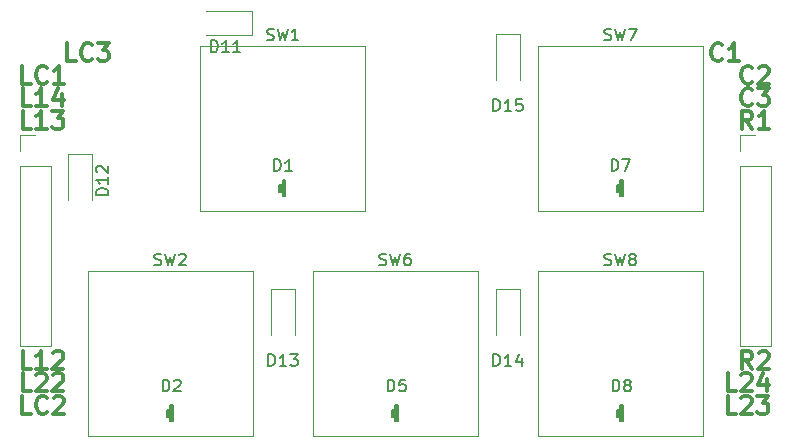
<source format=gbr>
G04 #@! TF.GenerationSoftware,KiCad,Pcbnew,(5.0.0-rc2-dev-471-ge4feb315d)*
G04 #@! TF.CreationDate,2018-05-05T14:14:47+01:00*
G04 #@! TF.ProjectId,cherry_breakout_2u_double_side,6368657272795F627265616B6F75745F,rev?*
G04 #@! TF.SameCoordinates,Original*
G04 #@! TF.FileFunction,Legend,Top*
G04 #@! TF.FilePolarity,Positive*
%FSLAX46Y46*%
G04 Gerber Fmt 4.6, Leading zero omitted, Abs format (unit mm)*
G04 Created by KiCad (PCBNEW (5.0.0-rc2-dev-471-ge4feb315d)) date Sat May  5 14:14:47 2018*
%MOMM*%
%LPD*%
G01*
G04 APERTURE LIST*
%ADD10C,0.300000*%
%ADD11C,0.150000*%
%ADD12C,0.120000*%
G04 APERTURE END LIST*
D10*
X188265714Y-122598571D02*
X187551428Y-122598571D01*
X187551428Y-121098571D01*
X188694285Y-121241428D02*
X188765714Y-121170000D01*
X188908571Y-121098571D01*
X189265714Y-121098571D01*
X189408571Y-121170000D01*
X189480000Y-121241428D01*
X189551428Y-121384285D01*
X189551428Y-121527142D01*
X189480000Y-121741428D01*
X188622857Y-122598571D01*
X189551428Y-122598571D01*
X190051428Y-121098571D02*
X190980000Y-121098571D01*
X190480000Y-121670000D01*
X190694285Y-121670000D01*
X190837142Y-121741428D01*
X190908571Y-121812857D01*
X190980000Y-121955714D01*
X190980000Y-122312857D01*
X190908571Y-122455714D01*
X190837142Y-122527142D01*
X190694285Y-122598571D01*
X190265714Y-122598571D01*
X190122857Y-122527142D01*
X190051428Y-122455714D01*
X188265714Y-120693571D02*
X187551428Y-120693571D01*
X187551428Y-119193571D01*
X188694285Y-119336428D02*
X188765714Y-119265000D01*
X188908571Y-119193571D01*
X189265714Y-119193571D01*
X189408571Y-119265000D01*
X189480000Y-119336428D01*
X189551428Y-119479285D01*
X189551428Y-119622142D01*
X189480000Y-119836428D01*
X188622857Y-120693571D01*
X189551428Y-120693571D01*
X190837142Y-119693571D02*
X190837142Y-120693571D01*
X190480000Y-119122142D02*
X190122857Y-120193571D01*
X191051428Y-120193571D01*
X189615000Y-118788571D02*
X189115000Y-118074285D01*
X188757857Y-118788571D02*
X188757857Y-117288571D01*
X189329285Y-117288571D01*
X189472142Y-117360000D01*
X189543571Y-117431428D01*
X189615000Y-117574285D01*
X189615000Y-117788571D01*
X189543571Y-117931428D01*
X189472142Y-118002857D01*
X189329285Y-118074285D01*
X188757857Y-118074285D01*
X190186428Y-117431428D02*
X190257857Y-117360000D01*
X190400714Y-117288571D01*
X190757857Y-117288571D01*
X190900714Y-117360000D01*
X190972142Y-117431428D01*
X191043571Y-117574285D01*
X191043571Y-117717142D01*
X190972142Y-117931428D01*
X190115000Y-118788571D01*
X191043571Y-118788571D01*
X189615000Y-98468571D02*
X189115000Y-97754285D01*
X188757857Y-98468571D02*
X188757857Y-96968571D01*
X189329285Y-96968571D01*
X189472142Y-97040000D01*
X189543571Y-97111428D01*
X189615000Y-97254285D01*
X189615000Y-97468571D01*
X189543571Y-97611428D01*
X189472142Y-97682857D01*
X189329285Y-97754285D01*
X188757857Y-97754285D01*
X191043571Y-98468571D02*
X190186428Y-98468571D01*
X190615000Y-98468571D02*
X190615000Y-96968571D01*
X190472142Y-97182857D01*
X190329285Y-97325714D01*
X190186428Y-97397142D01*
X189615000Y-96420714D02*
X189543571Y-96492142D01*
X189329285Y-96563571D01*
X189186428Y-96563571D01*
X188972142Y-96492142D01*
X188829285Y-96349285D01*
X188757857Y-96206428D01*
X188686428Y-95920714D01*
X188686428Y-95706428D01*
X188757857Y-95420714D01*
X188829285Y-95277857D01*
X188972142Y-95135000D01*
X189186428Y-95063571D01*
X189329285Y-95063571D01*
X189543571Y-95135000D01*
X189615000Y-95206428D01*
X190115000Y-95063571D02*
X191043571Y-95063571D01*
X190543571Y-95635000D01*
X190757857Y-95635000D01*
X190900714Y-95706428D01*
X190972142Y-95777857D01*
X191043571Y-95920714D01*
X191043571Y-96277857D01*
X190972142Y-96420714D01*
X190900714Y-96492142D01*
X190757857Y-96563571D01*
X190329285Y-96563571D01*
X190186428Y-96492142D01*
X190115000Y-96420714D01*
X189615000Y-94515714D02*
X189543571Y-94587142D01*
X189329285Y-94658571D01*
X189186428Y-94658571D01*
X188972142Y-94587142D01*
X188829285Y-94444285D01*
X188757857Y-94301428D01*
X188686428Y-94015714D01*
X188686428Y-93801428D01*
X188757857Y-93515714D01*
X188829285Y-93372857D01*
X188972142Y-93230000D01*
X189186428Y-93158571D01*
X189329285Y-93158571D01*
X189543571Y-93230000D01*
X189615000Y-93301428D01*
X190186428Y-93301428D02*
X190257857Y-93230000D01*
X190400714Y-93158571D01*
X190757857Y-93158571D01*
X190900714Y-93230000D01*
X190972142Y-93301428D01*
X191043571Y-93444285D01*
X191043571Y-93587142D01*
X190972142Y-93801428D01*
X190115000Y-94658571D01*
X191043571Y-94658571D01*
X187075000Y-92610714D02*
X187003571Y-92682142D01*
X186789285Y-92753571D01*
X186646428Y-92753571D01*
X186432142Y-92682142D01*
X186289285Y-92539285D01*
X186217857Y-92396428D01*
X186146428Y-92110714D01*
X186146428Y-91896428D01*
X186217857Y-91610714D01*
X186289285Y-91467857D01*
X186432142Y-91325000D01*
X186646428Y-91253571D01*
X186789285Y-91253571D01*
X187003571Y-91325000D01*
X187075000Y-91396428D01*
X188503571Y-92753571D02*
X187646428Y-92753571D01*
X188075000Y-92753571D02*
X188075000Y-91253571D01*
X187932142Y-91467857D01*
X187789285Y-91610714D01*
X187646428Y-91682142D01*
X128540000Y-122598571D02*
X127825714Y-122598571D01*
X127825714Y-121098571D01*
X129897142Y-122455714D02*
X129825714Y-122527142D01*
X129611428Y-122598571D01*
X129468571Y-122598571D01*
X129254285Y-122527142D01*
X129111428Y-122384285D01*
X129040000Y-122241428D01*
X128968571Y-121955714D01*
X128968571Y-121741428D01*
X129040000Y-121455714D01*
X129111428Y-121312857D01*
X129254285Y-121170000D01*
X129468571Y-121098571D01*
X129611428Y-121098571D01*
X129825714Y-121170000D01*
X129897142Y-121241428D01*
X130468571Y-121241428D02*
X130540000Y-121170000D01*
X130682857Y-121098571D01*
X131040000Y-121098571D01*
X131182857Y-121170000D01*
X131254285Y-121241428D01*
X131325714Y-121384285D01*
X131325714Y-121527142D01*
X131254285Y-121741428D01*
X130397142Y-122598571D01*
X131325714Y-122598571D01*
X128575714Y-120693571D02*
X127861428Y-120693571D01*
X127861428Y-119193571D01*
X129004285Y-119336428D02*
X129075714Y-119265000D01*
X129218571Y-119193571D01*
X129575714Y-119193571D01*
X129718571Y-119265000D01*
X129790000Y-119336428D01*
X129861428Y-119479285D01*
X129861428Y-119622142D01*
X129790000Y-119836428D01*
X128932857Y-120693571D01*
X129861428Y-120693571D01*
X130432857Y-119336428D02*
X130504285Y-119265000D01*
X130647142Y-119193571D01*
X131004285Y-119193571D01*
X131147142Y-119265000D01*
X131218571Y-119336428D01*
X131290000Y-119479285D01*
X131290000Y-119622142D01*
X131218571Y-119836428D01*
X130361428Y-120693571D01*
X131290000Y-120693571D01*
X128575714Y-118788571D02*
X127861428Y-118788571D01*
X127861428Y-117288571D01*
X129861428Y-118788571D02*
X129004285Y-118788571D01*
X129432857Y-118788571D02*
X129432857Y-117288571D01*
X129290000Y-117502857D01*
X129147142Y-117645714D01*
X129004285Y-117717142D01*
X130432857Y-117431428D02*
X130504285Y-117360000D01*
X130647142Y-117288571D01*
X131004285Y-117288571D01*
X131147142Y-117360000D01*
X131218571Y-117431428D01*
X131290000Y-117574285D01*
X131290000Y-117717142D01*
X131218571Y-117931428D01*
X130361428Y-118788571D01*
X131290000Y-118788571D01*
X128575714Y-98468571D02*
X127861428Y-98468571D01*
X127861428Y-96968571D01*
X129861428Y-98468571D02*
X129004285Y-98468571D01*
X129432857Y-98468571D02*
X129432857Y-96968571D01*
X129290000Y-97182857D01*
X129147142Y-97325714D01*
X129004285Y-97397142D01*
X130361428Y-96968571D02*
X131290000Y-96968571D01*
X130790000Y-97540000D01*
X131004285Y-97540000D01*
X131147142Y-97611428D01*
X131218571Y-97682857D01*
X131290000Y-97825714D01*
X131290000Y-98182857D01*
X131218571Y-98325714D01*
X131147142Y-98397142D01*
X131004285Y-98468571D01*
X130575714Y-98468571D01*
X130432857Y-98397142D01*
X130361428Y-98325714D01*
X128575714Y-96563571D02*
X127861428Y-96563571D01*
X127861428Y-95063571D01*
X129861428Y-96563571D02*
X129004285Y-96563571D01*
X129432857Y-96563571D02*
X129432857Y-95063571D01*
X129290000Y-95277857D01*
X129147142Y-95420714D01*
X129004285Y-95492142D01*
X131147142Y-95563571D02*
X131147142Y-96563571D01*
X130790000Y-94992142D02*
X130432857Y-96063571D01*
X131361428Y-96063571D01*
X128540000Y-94658571D02*
X127825714Y-94658571D01*
X127825714Y-93158571D01*
X129897142Y-94515714D02*
X129825714Y-94587142D01*
X129611428Y-94658571D01*
X129468571Y-94658571D01*
X129254285Y-94587142D01*
X129111428Y-94444285D01*
X129040000Y-94301428D01*
X128968571Y-94015714D01*
X128968571Y-93801428D01*
X129040000Y-93515714D01*
X129111428Y-93372857D01*
X129254285Y-93230000D01*
X129468571Y-93158571D01*
X129611428Y-93158571D01*
X129825714Y-93230000D01*
X129897142Y-93301428D01*
X131325714Y-94658571D02*
X130468571Y-94658571D01*
X130897142Y-94658571D02*
X130897142Y-93158571D01*
X130754285Y-93372857D01*
X130611428Y-93515714D01*
X130468571Y-93587142D01*
X132350000Y-92753571D02*
X131635714Y-92753571D01*
X131635714Y-91253571D01*
X133707142Y-92610714D02*
X133635714Y-92682142D01*
X133421428Y-92753571D01*
X133278571Y-92753571D01*
X133064285Y-92682142D01*
X132921428Y-92539285D01*
X132850000Y-92396428D01*
X132778571Y-92110714D01*
X132778571Y-91896428D01*
X132850000Y-91610714D01*
X132921428Y-91467857D01*
X133064285Y-91325000D01*
X133278571Y-91253571D01*
X133421428Y-91253571D01*
X133635714Y-91325000D01*
X133707142Y-91396428D01*
X134207142Y-91253571D02*
X135135714Y-91253571D01*
X134635714Y-91825000D01*
X134850000Y-91825000D01*
X134992857Y-91896428D01*
X135064285Y-91967857D01*
X135135714Y-92110714D01*
X135135714Y-92467857D01*
X135064285Y-92610714D01*
X134992857Y-92682142D01*
X134850000Y-92753571D01*
X134421428Y-92753571D01*
X134278571Y-92682142D01*
X134207142Y-92610714D01*
D11*
G36*
X150060000Y-102805000D02*
X150060000Y-104205000D01*
X149960000Y-104205000D01*
X149860000Y-104205000D01*
X149860000Y-103805000D01*
X149660000Y-103805000D01*
X149560000Y-103805000D01*
X149560000Y-103205000D01*
X149860000Y-103205000D01*
X149860000Y-102805000D01*
X150060000Y-102805000D01*
G37*
X150060000Y-102805000D02*
X150060000Y-104205000D01*
X149960000Y-104205000D01*
X149860000Y-104205000D01*
X149860000Y-103805000D01*
X149660000Y-103805000D01*
X149560000Y-103805000D01*
X149560000Y-103205000D01*
X149860000Y-103205000D01*
X149860000Y-102805000D01*
X150060000Y-102805000D01*
G36*
X140535000Y-121855000D02*
X140535000Y-123255000D01*
X140435000Y-123255000D01*
X140335000Y-123255000D01*
X140335000Y-122855000D01*
X140135000Y-122855000D01*
X140035000Y-122855000D01*
X140035000Y-122255000D01*
X140335000Y-122255000D01*
X140335000Y-121855000D01*
X140535000Y-121855000D01*
G37*
X140535000Y-121855000D02*
X140535000Y-123255000D01*
X140435000Y-123255000D01*
X140335000Y-123255000D01*
X140335000Y-122855000D01*
X140135000Y-122855000D01*
X140035000Y-122855000D01*
X140035000Y-122255000D01*
X140335000Y-122255000D01*
X140335000Y-121855000D01*
X140535000Y-121855000D01*
G36*
X159585000Y-121855000D02*
X159585000Y-123255000D01*
X159485000Y-123255000D01*
X159385000Y-123255000D01*
X159385000Y-122855000D01*
X159185000Y-122855000D01*
X159085000Y-122855000D01*
X159085000Y-122255000D01*
X159385000Y-122255000D01*
X159385000Y-121855000D01*
X159585000Y-121855000D01*
G37*
X159585000Y-121855000D02*
X159585000Y-123255000D01*
X159485000Y-123255000D01*
X159385000Y-123255000D01*
X159385000Y-122855000D01*
X159185000Y-122855000D01*
X159085000Y-122855000D01*
X159085000Y-122255000D01*
X159385000Y-122255000D01*
X159385000Y-121855000D01*
X159585000Y-121855000D01*
G36*
X178635000Y-102805000D02*
X178635000Y-104205000D01*
X178535000Y-104205000D01*
X178435000Y-104205000D01*
X178435000Y-103805000D01*
X178235000Y-103805000D01*
X178135000Y-103805000D01*
X178135000Y-103205000D01*
X178435000Y-103205000D01*
X178435000Y-102805000D01*
X178635000Y-102805000D01*
G37*
X178635000Y-102805000D02*
X178635000Y-104205000D01*
X178535000Y-104205000D01*
X178435000Y-104205000D01*
X178435000Y-103805000D01*
X178235000Y-103805000D01*
X178135000Y-103805000D01*
X178135000Y-103205000D01*
X178435000Y-103205000D01*
X178435000Y-102805000D01*
X178635000Y-102805000D01*
G36*
X178635000Y-121855000D02*
X178635000Y-123255000D01*
X178535000Y-123255000D01*
X178435000Y-123255000D01*
X178435000Y-122855000D01*
X178235000Y-122855000D01*
X178135000Y-122855000D01*
X178135000Y-122255000D01*
X178435000Y-122255000D01*
X178435000Y-121855000D01*
X178635000Y-121855000D01*
G37*
X178635000Y-121855000D02*
X178635000Y-123255000D01*
X178535000Y-123255000D01*
X178435000Y-123255000D01*
X178435000Y-122855000D01*
X178235000Y-122855000D01*
X178135000Y-122855000D01*
X178135000Y-122255000D01*
X178435000Y-122255000D01*
X178435000Y-121855000D01*
X178635000Y-121855000D01*
D12*
X127575000Y-116900000D02*
X130235000Y-116900000D01*
X127575000Y-101600000D02*
X127575000Y-116900000D01*
X130235000Y-101600000D02*
X130235000Y-116900000D01*
X127575000Y-101600000D02*
X130235000Y-101600000D01*
X127575000Y-100330000D02*
X127575000Y-99000000D01*
X127575000Y-99000000D02*
X128905000Y-99000000D01*
X188535000Y-99000000D02*
X189865000Y-99000000D01*
X188535000Y-100330000D02*
X188535000Y-99000000D01*
X188535000Y-101600000D02*
X191195000Y-101600000D01*
X191195000Y-101600000D02*
X191195000Y-116900000D01*
X188535000Y-101600000D02*
X188535000Y-116900000D01*
X188535000Y-116900000D02*
X191195000Y-116900000D01*
X142875000Y-105410000D02*
X142875000Y-91440000D01*
X156845000Y-105410000D02*
X142875000Y-105410000D01*
X156845000Y-91440000D02*
X156845000Y-105410000D01*
X142875000Y-91440000D02*
X156845000Y-91440000D01*
X133350000Y-124460000D02*
X133350000Y-110490000D01*
X147320000Y-124460000D02*
X133350000Y-124460000D01*
X147320000Y-110490000D02*
X147320000Y-124460000D01*
X133350000Y-110490000D02*
X147320000Y-110490000D01*
X152400000Y-110490000D02*
X166370000Y-110490000D01*
X166370000Y-110490000D02*
X166370000Y-124460000D01*
X166370000Y-124460000D02*
X152400000Y-124460000D01*
X152400000Y-124460000D02*
X152400000Y-110490000D01*
X171450000Y-105410000D02*
X171450000Y-91440000D01*
X185420000Y-105410000D02*
X171450000Y-105410000D01*
X185420000Y-91440000D02*
X185420000Y-105410000D01*
X171450000Y-91440000D02*
X185420000Y-91440000D01*
X171450000Y-124460000D02*
X171450000Y-110490000D01*
X185420000Y-124460000D02*
X171450000Y-124460000D01*
X185420000Y-110490000D02*
X185420000Y-124460000D01*
X171450000Y-110490000D02*
X185420000Y-110490000D01*
X147250000Y-90535000D02*
X143350000Y-90535000D01*
X147250000Y-88535000D02*
X143350000Y-88535000D01*
X147250000Y-90535000D02*
X147250000Y-88535000D01*
X133715000Y-100620000D02*
X131715000Y-100620000D01*
X131715000Y-100620000D02*
X131715000Y-104520000D01*
X133715000Y-100620000D02*
X133715000Y-104520000D01*
X150860000Y-112050000D02*
X150860000Y-115950000D01*
X148860000Y-112050000D02*
X148860000Y-115950000D01*
X150860000Y-112050000D02*
X148860000Y-112050000D01*
X169910000Y-112050000D02*
X167910000Y-112050000D01*
X167910000Y-112050000D02*
X167910000Y-115950000D01*
X169910000Y-112050000D02*
X169910000Y-115950000D01*
X169910000Y-90460000D02*
X169910000Y-94360000D01*
X167910000Y-90460000D02*
X167910000Y-94360000D01*
X169910000Y-90460000D02*
X167910000Y-90460000D01*
D11*
X149121904Y-102052380D02*
X149121904Y-101052380D01*
X149360000Y-101052380D01*
X149502857Y-101100000D01*
X149598095Y-101195238D01*
X149645714Y-101290476D01*
X149693333Y-101480952D01*
X149693333Y-101623809D01*
X149645714Y-101814285D01*
X149598095Y-101909523D01*
X149502857Y-102004761D01*
X149360000Y-102052380D01*
X149121904Y-102052380D01*
X150645714Y-102052380D02*
X150074285Y-102052380D01*
X150360000Y-102052380D02*
X150360000Y-101052380D01*
X150264761Y-101195238D01*
X150169523Y-101290476D01*
X150074285Y-101338095D01*
X139696904Y-120707380D02*
X139696904Y-119707380D01*
X139935000Y-119707380D01*
X140077857Y-119755000D01*
X140173095Y-119850238D01*
X140220714Y-119945476D01*
X140268333Y-120135952D01*
X140268333Y-120278809D01*
X140220714Y-120469285D01*
X140173095Y-120564523D01*
X140077857Y-120659761D01*
X139935000Y-120707380D01*
X139696904Y-120707380D01*
X140649285Y-119802619D02*
X140696904Y-119755000D01*
X140792142Y-119707380D01*
X141030238Y-119707380D01*
X141125476Y-119755000D01*
X141173095Y-119802619D01*
X141220714Y-119897857D01*
X141220714Y-119993095D01*
X141173095Y-120135952D01*
X140601666Y-120707380D01*
X141220714Y-120707380D01*
X158746904Y-120707380D02*
X158746904Y-119707380D01*
X158985000Y-119707380D01*
X159127857Y-119755000D01*
X159223095Y-119850238D01*
X159270714Y-119945476D01*
X159318333Y-120135952D01*
X159318333Y-120278809D01*
X159270714Y-120469285D01*
X159223095Y-120564523D01*
X159127857Y-120659761D01*
X158985000Y-120707380D01*
X158746904Y-120707380D01*
X160223095Y-119707380D02*
X159746904Y-119707380D01*
X159699285Y-120183571D01*
X159746904Y-120135952D01*
X159842142Y-120088333D01*
X160080238Y-120088333D01*
X160175476Y-120135952D01*
X160223095Y-120183571D01*
X160270714Y-120278809D01*
X160270714Y-120516904D01*
X160223095Y-120612142D01*
X160175476Y-120659761D01*
X160080238Y-120707380D01*
X159842142Y-120707380D01*
X159746904Y-120659761D01*
X159699285Y-120612142D01*
X177696904Y-102052380D02*
X177696904Y-101052380D01*
X177935000Y-101052380D01*
X178077857Y-101100000D01*
X178173095Y-101195238D01*
X178220714Y-101290476D01*
X178268333Y-101480952D01*
X178268333Y-101623809D01*
X178220714Y-101814285D01*
X178173095Y-101909523D01*
X178077857Y-102004761D01*
X177935000Y-102052380D01*
X177696904Y-102052380D01*
X178601666Y-101052380D02*
X179268333Y-101052380D01*
X178839761Y-102052380D01*
X177796904Y-120707380D02*
X177796904Y-119707380D01*
X178035000Y-119707380D01*
X178177857Y-119755000D01*
X178273095Y-119850238D01*
X178320714Y-119945476D01*
X178368333Y-120135952D01*
X178368333Y-120278809D01*
X178320714Y-120469285D01*
X178273095Y-120564523D01*
X178177857Y-120659761D01*
X178035000Y-120707380D01*
X177796904Y-120707380D01*
X178939761Y-120135952D02*
X178844523Y-120088333D01*
X178796904Y-120040714D01*
X178749285Y-119945476D01*
X178749285Y-119897857D01*
X178796904Y-119802619D01*
X178844523Y-119755000D01*
X178939761Y-119707380D01*
X179130238Y-119707380D01*
X179225476Y-119755000D01*
X179273095Y-119802619D01*
X179320714Y-119897857D01*
X179320714Y-119945476D01*
X179273095Y-120040714D01*
X179225476Y-120088333D01*
X179130238Y-120135952D01*
X178939761Y-120135952D01*
X178844523Y-120183571D01*
X178796904Y-120231190D01*
X178749285Y-120326428D01*
X178749285Y-120516904D01*
X178796904Y-120612142D01*
X178844523Y-120659761D01*
X178939761Y-120707380D01*
X179130238Y-120707380D01*
X179225476Y-120659761D01*
X179273095Y-120612142D01*
X179320714Y-120516904D01*
X179320714Y-120326428D01*
X179273095Y-120231190D01*
X179225476Y-120183571D01*
X179130238Y-120135952D01*
X148526666Y-90955761D02*
X148669523Y-91003380D01*
X148907619Y-91003380D01*
X149002857Y-90955761D01*
X149050476Y-90908142D01*
X149098095Y-90812904D01*
X149098095Y-90717666D01*
X149050476Y-90622428D01*
X149002857Y-90574809D01*
X148907619Y-90527190D01*
X148717142Y-90479571D01*
X148621904Y-90431952D01*
X148574285Y-90384333D01*
X148526666Y-90289095D01*
X148526666Y-90193857D01*
X148574285Y-90098619D01*
X148621904Y-90051000D01*
X148717142Y-90003380D01*
X148955238Y-90003380D01*
X149098095Y-90051000D01*
X149431428Y-90003380D02*
X149669523Y-91003380D01*
X149860000Y-90289095D01*
X150050476Y-91003380D01*
X150288571Y-90003380D01*
X151193333Y-91003380D02*
X150621904Y-91003380D01*
X150907619Y-91003380D02*
X150907619Y-90003380D01*
X150812380Y-90146238D01*
X150717142Y-90241476D01*
X150621904Y-90289095D01*
X139001666Y-110005761D02*
X139144523Y-110053380D01*
X139382619Y-110053380D01*
X139477857Y-110005761D01*
X139525476Y-109958142D01*
X139573095Y-109862904D01*
X139573095Y-109767666D01*
X139525476Y-109672428D01*
X139477857Y-109624809D01*
X139382619Y-109577190D01*
X139192142Y-109529571D01*
X139096904Y-109481952D01*
X139049285Y-109434333D01*
X139001666Y-109339095D01*
X139001666Y-109243857D01*
X139049285Y-109148619D01*
X139096904Y-109101000D01*
X139192142Y-109053380D01*
X139430238Y-109053380D01*
X139573095Y-109101000D01*
X139906428Y-109053380D02*
X140144523Y-110053380D01*
X140335000Y-109339095D01*
X140525476Y-110053380D01*
X140763571Y-109053380D01*
X141096904Y-109148619D02*
X141144523Y-109101000D01*
X141239761Y-109053380D01*
X141477857Y-109053380D01*
X141573095Y-109101000D01*
X141620714Y-109148619D01*
X141668333Y-109243857D01*
X141668333Y-109339095D01*
X141620714Y-109481952D01*
X141049285Y-110053380D01*
X141668333Y-110053380D01*
X158051666Y-110005761D02*
X158194523Y-110053380D01*
X158432619Y-110053380D01*
X158527857Y-110005761D01*
X158575476Y-109958142D01*
X158623095Y-109862904D01*
X158623095Y-109767666D01*
X158575476Y-109672428D01*
X158527857Y-109624809D01*
X158432619Y-109577190D01*
X158242142Y-109529571D01*
X158146904Y-109481952D01*
X158099285Y-109434333D01*
X158051666Y-109339095D01*
X158051666Y-109243857D01*
X158099285Y-109148619D01*
X158146904Y-109101000D01*
X158242142Y-109053380D01*
X158480238Y-109053380D01*
X158623095Y-109101000D01*
X158956428Y-109053380D02*
X159194523Y-110053380D01*
X159385000Y-109339095D01*
X159575476Y-110053380D01*
X159813571Y-109053380D01*
X160623095Y-109053380D02*
X160432619Y-109053380D01*
X160337380Y-109101000D01*
X160289761Y-109148619D01*
X160194523Y-109291476D01*
X160146904Y-109481952D01*
X160146904Y-109862904D01*
X160194523Y-109958142D01*
X160242142Y-110005761D01*
X160337380Y-110053380D01*
X160527857Y-110053380D01*
X160623095Y-110005761D01*
X160670714Y-109958142D01*
X160718333Y-109862904D01*
X160718333Y-109624809D01*
X160670714Y-109529571D01*
X160623095Y-109481952D01*
X160527857Y-109434333D01*
X160337380Y-109434333D01*
X160242142Y-109481952D01*
X160194523Y-109529571D01*
X160146904Y-109624809D01*
X177101666Y-90955761D02*
X177244523Y-91003380D01*
X177482619Y-91003380D01*
X177577857Y-90955761D01*
X177625476Y-90908142D01*
X177673095Y-90812904D01*
X177673095Y-90717666D01*
X177625476Y-90622428D01*
X177577857Y-90574809D01*
X177482619Y-90527190D01*
X177292142Y-90479571D01*
X177196904Y-90431952D01*
X177149285Y-90384333D01*
X177101666Y-90289095D01*
X177101666Y-90193857D01*
X177149285Y-90098619D01*
X177196904Y-90051000D01*
X177292142Y-90003380D01*
X177530238Y-90003380D01*
X177673095Y-90051000D01*
X178006428Y-90003380D02*
X178244523Y-91003380D01*
X178435000Y-90289095D01*
X178625476Y-91003380D01*
X178863571Y-90003380D01*
X179149285Y-90003380D02*
X179815952Y-90003380D01*
X179387380Y-91003380D01*
X177101666Y-110005761D02*
X177244523Y-110053380D01*
X177482619Y-110053380D01*
X177577857Y-110005761D01*
X177625476Y-109958142D01*
X177673095Y-109862904D01*
X177673095Y-109767666D01*
X177625476Y-109672428D01*
X177577857Y-109624809D01*
X177482619Y-109577190D01*
X177292142Y-109529571D01*
X177196904Y-109481952D01*
X177149285Y-109434333D01*
X177101666Y-109339095D01*
X177101666Y-109243857D01*
X177149285Y-109148619D01*
X177196904Y-109101000D01*
X177292142Y-109053380D01*
X177530238Y-109053380D01*
X177673095Y-109101000D01*
X178006428Y-109053380D02*
X178244523Y-110053380D01*
X178435000Y-109339095D01*
X178625476Y-110053380D01*
X178863571Y-109053380D01*
X179387380Y-109481952D02*
X179292142Y-109434333D01*
X179244523Y-109386714D01*
X179196904Y-109291476D01*
X179196904Y-109243857D01*
X179244523Y-109148619D01*
X179292142Y-109101000D01*
X179387380Y-109053380D01*
X179577857Y-109053380D01*
X179673095Y-109101000D01*
X179720714Y-109148619D01*
X179768333Y-109243857D01*
X179768333Y-109291476D01*
X179720714Y-109386714D01*
X179673095Y-109434333D01*
X179577857Y-109481952D01*
X179387380Y-109481952D01*
X179292142Y-109529571D01*
X179244523Y-109577190D01*
X179196904Y-109672428D01*
X179196904Y-109862904D01*
X179244523Y-109958142D01*
X179292142Y-110005761D01*
X179387380Y-110053380D01*
X179577857Y-110053380D01*
X179673095Y-110005761D01*
X179720714Y-109958142D01*
X179768333Y-109862904D01*
X179768333Y-109672428D01*
X179720714Y-109577190D01*
X179673095Y-109529571D01*
X179577857Y-109481952D01*
X143785714Y-91987380D02*
X143785714Y-90987380D01*
X144023809Y-90987380D01*
X144166666Y-91035000D01*
X144261904Y-91130238D01*
X144309523Y-91225476D01*
X144357142Y-91415952D01*
X144357142Y-91558809D01*
X144309523Y-91749285D01*
X144261904Y-91844523D01*
X144166666Y-91939761D01*
X144023809Y-91987380D01*
X143785714Y-91987380D01*
X145309523Y-91987380D02*
X144738095Y-91987380D01*
X145023809Y-91987380D02*
X145023809Y-90987380D01*
X144928571Y-91130238D01*
X144833333Y-91225476D01*
X144738095Y-91273095D01*
X146261904Y-91987380D02*
X145690476Y-91987380D01*
X145976190Y-91987380D02*
X145976190Y-90987380D01*
X145880952Y-91130238D01*
X145785714Y-91225476D01*
X145690476Y-91273095D01*
X135072380Y-104084285D02*
X134072380Y-104084285D01*
X134072380Y-103846190D01*
X134120000Y-103703333D01*
X134215238Y-103608095D01*
X134310476Y-103560476D01*
X134500952Y-103512857D01*
X134643809Y-103512857D01*
X134834285Y-103560476D01*
X134929523Y-103608095D01*
X135024761Y-103703333D01*
X135072380Y-103846190D01*
X135072380Y-104084285D01*
X135072380Y-102560476D02*
X135072380Y-103131904D01*
X135072380Y-102846190D02*
X134072380Y-102846190D01*
X134215238Y-102941428D01*
X134310476Y-103036666D01*
X134358095Y-103131904D01*
X134167619Y-102179523D02*
X134120000Y-102131904D01*
X134072380Y-102036666D01*
X134072380Y-101798571D01*
X134120000Y-101703333D01*
X134167619Y-101655714D01*
X134262857Y-101608095D01*
X134358095Y-101608095D01*
X134500952Y-101655714D01*
X135072380Y-102227142D01*
X135072380Y-101608095D01*
X148645714Y-118562380D02*
X148645714Y-117562380D01*
X148883809Y-117562380D01*
X149026666Y-117610000D01*
X149121904Y-117705238D01*
X149169523Y-117800476D01*
X149217142Y-117990952D01*
X149217142Y-118133809D01*
X149169523Y-118324285D01*
X149121904Y-118419523D01*
X149026666Y-118514761D01*
X148883809Y-118562380D01*
X148645714Y-118562380D01*
X150169523Y-118562380D02*
X149598095Y-118562380D01*
X149883809Y-118562380D02*
X149883809Y-117562380D01*
X149788571Y-117705238D01*
X149693333Y-117800476D01*
X149598095Y-117848095D01*
X150502857Y-117562380D02*
X151121904Y-117562380D01*
X150788571Y-117943333D01*
X150931428Y-117943333D01*
X151026666Y-117990952D01*
X151074285Y-118038571D01*
X151121904Y-118133809D01*
X151121904Y-118371904D01*
X151074285Y-118467142D01*
X151026666Y-118514761D01*
X150931428Y-118562380D01*
X150645714Y-118562380D01*
X150550476Y-118514761D01*
X150502857Y-118467142D01*
X167695714Y-118562380D02*
X167695714Y-117562380D01*
X167933809Y-117562380D01*
X168076666Y-117610000D01*
X168171904Y-117705238D01*
X168219523Y-117800476D01*
X168267142Y-117990952D01*
X168267142Y-118133809D01*
X168219523Y-118324285D01*
X168171904Y-118419523D01*
X168076666Y-118514761D01*
X167933809Y-118562380D01*
X167695714Y-118562380D01*
X169219523Y-118562380D02*
X168648095Y-118562380D01*
X168933809Y-118562380D02*
X168933809Y-117562380D01*
X168838571Y-117705238D01*
X168743333Y-117800476D01*
X168648095Y-117848095D01*
X170076666Y-117895714D02*
X170076666Y-118562380D01*
X169838571Y-117514761D02*
X169600476Y-118229047D01*
X170219523Y-118229047D01*
X167695714Y-96972380D02*
X167695714Y-95972380D01*
X167933809Y-95972380D01*
X168076666Y-96020000D01*
X168171904Y-96115238D01*
X168219523Y-96210476D01*
X168267142Y-96400952D01*
X168267142Y-96543809D01*
X168219523Y-96734285D01*
X168171904Y-96829523D01*
X168076666Y-96924761D01*
X167933809Y-96972380D01*
X167695714Y-96972380D01*
X169219523Y-96972380D02*
X168648095Y-96972380D01*
X168933809Y-96972380D02*
X168933809Y-95972380D01*
X168838571Y-96115238D01*
X168743333Y-96210476D01*
X168648095Y-96258095D01*
X170124285Y-95972380D02*
X169648095Y-95972380D01*
X169600476Y-96448571D01*
X169648095Y-96400952D01*
X169743333Y-96353333D01*
X169981428Y-96353333D01*
X170076666Y-96400952D01*
X170124285Y-96448571D01*
X170171904Y-96543809D01*
X170171904Y-96781904D01*
X170124285Y-96877142D01*
X170076666Y-96924761D01*
X169981428Y-96972380D01*
X169743333Y-96972380D01*
X169648095Y-96924761D01*
X169600476Y-96877142D01*
M02*

</source>
